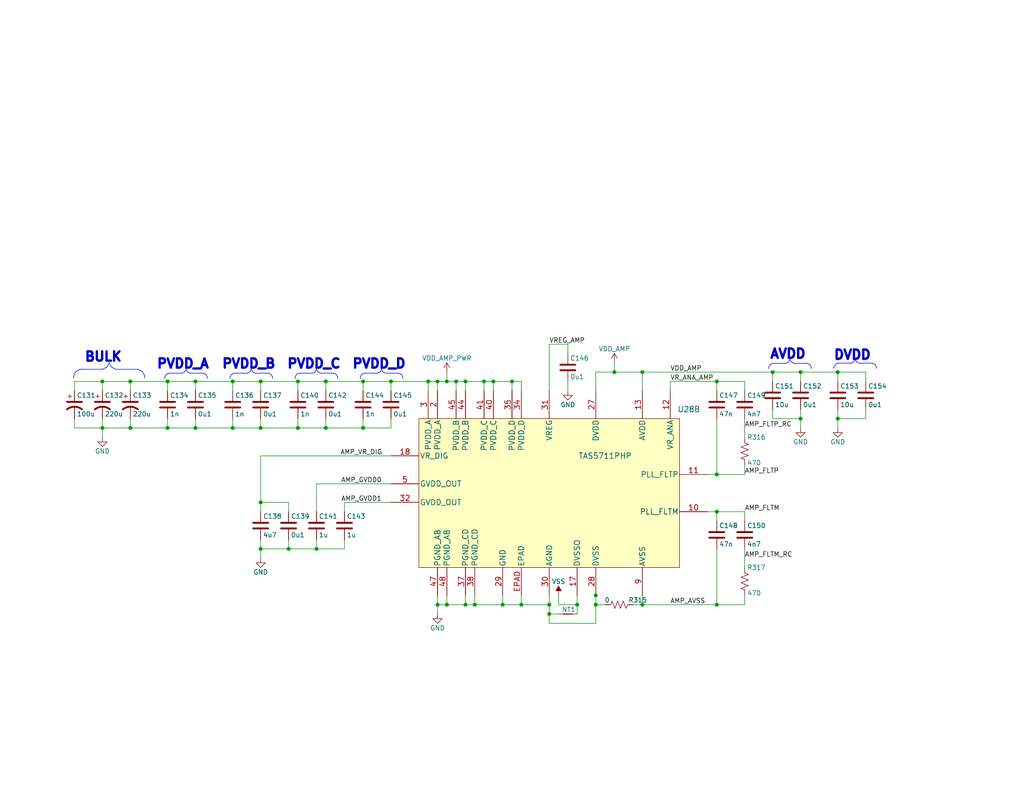
<source format=kicad_sch>
(kicad_sch (version 20211123) (generator eeschema)
  (paper "A")
  (title_block (title "Clock-Radio Main") (date "2022-03-05") (rev "0.5") (company "Ruralguru Projects") (comment 1 "Earl Watkins"))
  (lib_symbols
    (symbol "Device:C" (pin_numbers hide) (pin_names (offset 0.254))
      (property "Reference" "C" (at 0.635 2.54 0))
      (property "Value" "C" (at 0.635 -2.54 0))
      (symbol "C_0_1"
        (polyline (pts (xy -2.032 -0.762) (xy 2.032 -0.762)) (stroke (width 0.508)))
        (polyline (pts (xy -2.032 0.762) (xy 2.032 0.762)) (stroke (width 0.508)))
      )
      (symbol "C_1_1"
        (pin passive line (at 0 3.81 270) (length 2.794) (name "~") (number "1"))
        (pin passive line (at 0 -3.81 90) (length 2.794) (name "~") (number "2"))
      )
    )
    (symbol "Device:C_Polarized_US" (pin_numbers hide) (pin_names (offset 0.254) hide)
      (property "Reference" "C" (at 0.635 2.54 0))
      (property "Value" "C_Polarized_US" (at 0.635 -2.54 0))
      (symbol "C_Polarized_US_0_1"
        (polyline (pts (xy -2.032 0.762) (xy 2.032 0.762)) (stroke (width 0.508)))
        (polyline (pts (xy -1.778 2.286) (xy -0.762 2.286)))
        (polyline (pts (xy -1.27 1.778) (xy -1.27 2.794)))
        (arc (start 2.032 -1.27) (mid 0 -0.5572) (end -2.032 -1.27) (stroke (width 0.508)))
      )
      (symbol "C_Polarized_US_1_1"
        (pin passive line (at 0 3.81 270) (length 2.794) (name "~") (number "1"))
        (pin passive line (at 0 -3.81 90) (length 3.302) (name "~") (number "2"))
      )
    )
    (symbol "Device:NetTie_2" (pin_numbers hide) (pin_names (offset 0) hide)
      (property "Reference" "NT" (at 0 1.27 0))
      (property "Value" "NetTie_2" (at 0 -1.27 0))
      (symbol "NetTie_2_0_1"
        (polyline (pts (xy -1.27 0) (xy 1.27 0)) (stroke (width 0.254)))
      )
      (symbol "NetTie_2_1_1"
        (pin passive line (at -2.54 0 0) (length 2.54) (name "1") (number "1"))
        (pin passive line (at 2.54 0 180) (length 2.54) (name "2") (number "2"))
      )
    )
    (symbol "Device:R_US" (pin_numbers hide) (pin_names (offset 0))
      (property "Reference" "R" (at 2.54 0 90))
      (property "Value" "R_US" (at -2.54 0 90))
      (symbol "R_US_0_1"
        (polyline (pts (xy 0 -2.286) (xy 0 -2.54)))
        (polyline (pts (xy 0 2.286) (xy 0 2.54)))
        (polyline (pts (xy 0 -0.762) (xy 1.016 -1.143) (xy 0 -1.524) (xy -1.016 -1.905) (xy 0 -2.286)))
        (polyline (pts (xy 0 0.762) (xy 1.016 0.381) (xy 0 0) (xy -1.016 -0.381) (xy 0 -0.762)))
        (polyline (pts (xy 0 2.286) (xy 1.016 1.905) (xy 0 1.524) (xy -1.016 1.143) (xy 0 0.762)))
      )
      (symbol "R_US_1_1"
        (pin passive line (at 0 3.81 270) (length 1.27) (name "~") (number "1"))
        (pin passive line (at 0 -3.81 90) (length 1.27) (name "~") (number "2"))
      )
    )
    (symbol "ERW_Audio:TAS5711PHP" (pin_names (offset 0.254))
      (property "Reference" "U" (at -5.08 -5.08 0))
      (property "Value" "TAS5711PHP" (at -7.62 -2.54 0))
      (symbol "TAS5711PHP_1_1"
        (rectangle (start -25.4 63.5) (end 0 0) (stroke (width 0.1524)) (fill (type background)))
        (pin output line (at 7.62 60.96 180) (length 7.62) (name "OUT_A") (number "1"))
        (pin unspecified line (at -33.02 25.4 0) (length 7.62) (name "A_SEL") (number "14"))
        (pin input line (at -33.02 60.96 0) (length 7.62) (name "MCLK") (number "15"))
        (pin output line (at 7.62 10.16 180) (length 7.62) (name "OSC_RES") (number "16"))
        (pin input line (at -33.02 33.02 0) (length 7.62) (name "PDN_N") (number "19"))
        (pin input line (at -33.02 50.8 0) (length 7.62) (name "LRCLK") (number "20"))
        (pin input line (at -33.02 53.34 0) (length 7.62) (name "SCLK") (number "21"))
        (pin input line (at -33.02 48.26 0) (length 7.62) (name "SDIN") (number "22"))
        (pin bidirectional line (at -33.02 38.1 0) (length 7.62) (name "SDA") (number "23"))
        (pin input line (at -33.02 40.64 0) (length 7.62) (name "SCL") (number "24"))
        (pin input line (at -33.02 30.48 0) (length 7.62) (name "RESET_N") (number "25"))
        (pin input line (at -33.02 10.16 0) (length 7.62) (name "STEST") (number "26"))
        (pin power_in line (at 7.62 17.78 180) (length 7.62) (name "BST_D") (number "33"))
        (pin output line (at 7.62 22.86 180) (length 7.62) (name "OUT_D") (number "36"))
        (pin output line (at 7.62 35.56 180) (length 7.62) (name "OUT_C") (number "39"))
        (pin power_in line (at 7.62 55.88 180) (length 7.62) (name "BST_A") (number "4"))
        (pin power_in line (at 7.62 30.48 180) (length 7.62) (name "BST_C") (number "42"))
        (pin power_out line (at 7.62 43.18 180) (length 7.62) (name "BST_B") (number "43"))
        (pin output line (at 7.62 48.26 180) (length 7.62) (name "OUT_B") (number "46"))
        (pin input line (at -33.02 20.32 0) (length 7.62) (name "SSTIMER") (number "6"))
        (pin output line (at 7.62 2.54 180) (length 7.62) (name "OC_ADJ") (number "7"))
        (pin input line (at -33.02 15.24 0) (length 7.62) (name "PBTL") (number "8"))
      )
      (symbol "TAS5711PHP_2_1"
        (rectangle (start 0 0) (end 71.12 -40.64) (stroke (width 0.1524)) (fill (type background)))
        (pin output line (at 78.74 -25.4 180) (length 7.62) (name "PLL_FLTM") (number "10"))
        (pin output line (at 78.74 -15.24 180) (length 7.62) (name "PLL_FLTP") (number "11"))
        (pin power_out line (at 68.58 7.62 270) (length 7.62) (name "VR_ANA") (number "12"))
        (pin power_in line (at 60.96 7.62 270) (length 7.62) (name "AVDD") (number "13"))
        (pin power_in line (at 43.18 -48.26 90) (length 7.62) (name "DVSSO") (number "17"))
        (pin power_out line (at -7.62 -10.16 0) (length 7.62) (name "VR_DIG") (number "18"))
        (pin power_in line (at 5.08 7.62 270) (length 7.62) (name "PVDD_A") (number "2"))
        (pin power_in line (at 48.26 7.62 270) (length 7.62) (name "DVDD") (number "27"))
        (pin power_in line (at 48.26 -48.26 90) (length 7.62) (name "DVSS") (number "28"))
        (pin power_in line (at 22.86 -48.26 90) (length 7.62) (name "GND") (number "29"))
        (pin power_in line (at 2.54 7.62 270) (length 7.62) (name "PVDD_A") (number "3"))
        (pin power_in line (at 35.56 -48.26 90) (length 7.62) (name "AGND") (number "30"))
        (pin power_out line (at 35.56 7.62 270) (length 7.62) (name "VREG") (number "31"))
        (pin power_out line (at -7.62 -22.86 0) (length 7.62) (name "GVDD_OUT") (number "32"))
        (pin power_in line (at 27.94 7.62 270) (length 7.62) (name "PVDD_D") (number "34"))
        (pin power_in line (at 25.4 7.62 270) (length 7.62) (name "PVDD_D") (number "35"))
        (pin power_in line (at 12.7 -48.26 90) (length 7.62) (name "PGND_CD") (number "37"))
        (pin power_in line (at 15.24 -48.26 90) (length 7.62) (name "PGND_CD") (number "38"))
        (pin power_in line (at 20.32 7.62 270) (length 7.62) (name "PVDD_C") (number "40"))
        (pin power_in line (at 17.78 7.62 270) (length 7.62) (name "PVDD_C") (number "41"))
        (pin power_in line (at 12.7 7.62 270) (length 7.62) (name "PVDD_B") (number "44"))
        (pin power_in line (at 10.16 7.62 270) (length 7.62) (name "PVDD_B") (number "45"))
        (pin power_in line (at 5.08 -48.26 90) (length 7.62) (name "PGND_AB") (number "47"))
        (pin power_in line (at 7.62 -48.26 90) (length 7.62) (name "PGND_AB") (number "48"))
        (pin power_out line (at -7.62 -17.78 0) (length 7.62) (name "GVDD_OUT") (number "5"))
        (pin power_in line (at 60.96 -48.26 90) (length 7.62) (name "AVSS") (number "9"))
        (pin power_in line (at 27.94 -48.26 90) (length 7.62) (name "EPAD") (number "EPAD"))
      )
    )
    (symbol "ERW_Power:VDD_AMP" (power) (pin_names (offset 0))
      (property "Value" "VDD_AMP" (at 0 3.556 0))
      (symbol "VDD_AMP_0_1"
        (polyline (pts (xy -0.762 1.27) (xy 0 2.54)))
        (polyline (pts (xy 0 0) (xy 0 2.54)))
        (polyline (pts (xy 0 2.54) (xy 0.762 1.27)))
      )
      (symbol "VDD_AMP_1_1"
        (pin power_in line (at 0 0 90) (length 0) hide (name "VDD_AMP") (number "1"))
      )
    )
    (symbol "ERW_Power:VDD_AMP_PWR" (power) (pin_names (offset 0))
      (property "Value" "VDD_AMP_PWR" (at 0 3.556 0))
      (symbol "VDD_AMP_PWR_0_1"
        (polyline (pts (xy -0.762 1.27) (xy 0 2.54)))
        (polyline (pts (xy 0 0) (xy 0 2.54)))
        (polyline (pts (xy 0 2.54) (xy 0.762 1.27)))
      )
      (symbol "VDD_AMP_PWR_1_1"
        (pin power_in line (at 0 0 90) (length 0) hide (name "VDD_AMP_PWR") (number "1"))
      )
    )
    (symbol "power:GND" (power) (pin_names (offset 0))
      (property "Value" "GND" (at 0 -3.81 0))
      (symbol "GND_0_1"
        (polyline (pts (xy 0 0) (xy 0 -1.27) (xy 1.27 -1.27) (xy 0 -2.54) (xy -1.27 -1.27) (xy 0 -1.27)))
      )
      (symbol "GND_1_1"
        (pin power_in line (at 0 0 270) (length 0) hide (name "GND") (number "1"))
      )
    )
    (symbol "power:VSS" (power) (pin_names (offset 0))
      (property "Value" "VSS" (at 0 3.81 0))
      (symbol "VSS_0_1"
        (polyline (pts (xy 0 0) (xy 0 2.54)))
        (polyline (pts (xy 0.762 1.27) (xy -0.762 1.27) (xy 0 2.54) (xy 0.762 1.27)) (fill (type outline)))
      )
      (symbol "VSS_1_1"
        (pin power_in line (at 0 0 90) (length 0) hide (name "VSS") (number "1"))
      )
    )
  )
  (junction (at 88.9 116.84))
  (junction (at 99.06 116.84))
  (junction (at 35.56 116.84))
  (junction (at 195.58 165.1))
  (junction (at 71.12 104.14))
  (junction (at 167.64 101.6))
  (junction (at 139.7 104.14))
  (junction (at 27.94 104.14))
  (junction (at 149.86 167.64))
  (junction (at 210.82 101.6))
  (junction (at 35.56 104.14))
  (junction (at 71.12 137.16))
  (junction (at 195.58 104.14))
  (junction (at 162.56 162.56))
  (junction (at 71.12 116.84))
  (junction (at 228.6 101.6))
  (junction (at 127 165.1))
  (junction (at 157.48 165.1))
  (junction (at 53.34 116.84))
  (junction (at 63.5 104.14))
  (junction (at 106.68 104.14))
  (junction (at 121.92 104.14))
  (junction (at 71.12 149.86))
  (junction (at 218.44 101.6))
  (junction (at 27.94 116.84))
  (junction (at 88.9 104.14))
  (junction (at 53.34 104.14))
  (junction (at 175.26 101.6))
  (junction (at 129.54 165.1))
  (junction (at 116.84 104.14))
  (junction (at 124.46 104.14))
  (junction (at 142.24 165.1))
  (junction (at 175.26 165.1))
  (junction (at 119.38 165.1))
  (junction (at 78.74 149.86))
  (junction (at 99.06 104.14))
  (junction (at 218.44 114.3))
  (junction (at 119.38 104.14))
  (junction (at 63.5 116.84))
  (junction (at 162.56 165.1))
  (junction (at 137.16 165.1))
  (junction (at 195.58 139.7))
  (junction (at 81.28 116.84))
  (junction (at 121.92 165.1))
  (junction (at 134.62 104.14))
  (junction (at 132.08 104.14))
  (junction (at 81.28 104.14))
  (junction (at 45.72 104.14))
  (junction (at 195.58 129.54))
  (junction (at 86.36 149.86))
  (junction (at 127 104.14))
  (junction (at 228.6 114.3))
  (junction (at 45.72 116.84))
  (junction (at 149.86 165.1))
  (wire (pts (xy 193.04 139.7) (xy 195.58 139.7)))
  (wire (pts (xy 149.86 170.18) (xy 162.56 170.18)))
  (wire (pts (xy 71.12 116.84) (xy 63.5 116.84)))
  (wire (pts (xy 78.74 149.86) (xy 86.36 149.86)))
  (wire (pts (xy 63.5 114.3) (xy 63.5 116.84)))
  (wire (pts (xy 63.5 106.68) (xy 63.5 104.14)))
  (wire (pts (xy 53.34 114.3) (xy 53.34 116.84)))
  (wire (pts (xy 167.64 99.06) (xy 167.64 101.6)))
  (wire (pts (xy 35.56 104.14) (xy 45.72 104.14)))
  (wire (pts (xy 119.38 104.14) (xy 121.92 104.14)))
  (wire (pts (xy 137.16 165.1) (xy 129.54 165.1)))
  (wire (pts (xy 71.12 124.46) (xy 71.12 137.16)))
  (wire (pts (xy 121.92 104.14) (xy 124.46 104.14)))
  (wire (pts (xy 71.12 137.16) (xy 78.74 137.16)))
  (wire (pts (xy 137.16 162.56) (xy 137.16 165.1)))
  (wire (pts (xy 149.86 93.98) (xy 149.86 106.68)))
  (wire (pts (xy 35.56 116.84) (xy 35.56 114.3)))
  (wire (pts (xy 154.94 96.52) (xy 154.94 93.98)))
  (wire (pts (xy 195.58 165.1) (xy 203.2 165.1)))
  (wire (pts (xy 218.44 104.14) (xy 218.44 101.6)))
  (wire (pts (xy 27.94 116.84) (xy 27.94 119.38)))
  (wire (pts (xy 93.98 149.86) (xy 86.36 149.86)))
  (wire (pts (xy 127 104.14) (xy 127 106.68)))
  (wire (pts (xy 35.56 106.68) (xy 35.56 104.14)))
  (wire (pts (xy 175.26 101.6) (xy 175.26 106.68)))
  (wire (pts (xy 93.98 137.16) (xy 106.68 137.16)))
  (wire (pts (xy 71.12 147.32) (xy 71.12 149.86)))
  (wire (pts (xy 218.44 114.3) (xy 218.44 116.84)))
  (wire (pts (xy 139.7 104.14) (xy 139.7 106.68)))
  (wire (pts (xy 106.68 114.3) (xy 106.68 116.84)))
  (wire (pts (xy 195.58 104.14) (xy 195.58 106.68)))
  (wire (pts (xy 119.38 165.1) (xy 121.92 165.1)))
  (wire (pts (xy 210.82 101.6) (xy 210.82 104.14)))
  (wire (pts (xy 99.06 114.3) (xy 99.06 116.84)))
  (wire (pts (xy 116.84 104.14) (xy 119.38 104.14)))
  (wire (pts (xy 134.62 104.14) (xy 139.7 104.14)))
  (wire (pts (xy 137.16 165.1) (xy 142.24 165.1)))
  (wire (pts (xy 86.36 147.32) (xy 86.36 149.86)))
  (wire (pts (xy 71.12 149.86) (xy 71.12 152.4)))
  (wire (pts (xy 149.86 162.56) (xy 149.86 165.1)))
  (wire (pts (xy 119.38 165.1) (xy 119.38 167.64)))
  (wire (pts (xy 142.24 104.14) (xy 139.7 104.14)))
  (wire (pts (xy 152.4 165.1) (xy 157.48 165.1)))
  (wire (pts (xy 119.38 162.56) (xy 119.38 165.1)))
  (wire (pts (xy 106.68 124.46) (xy 71.12 124.46)))
  (wire (pts (xy 20.32 104.14) (xy 20.32 106.68)))
  (wire (pts (xy 71.12 149.86) (xy 78.74 149.86)))
  (wire (pts (xy 236.22 101.6) (xy 236.22 104.14)))
  (wire (pts (xy 53.34 116.84) (xy 63.5 116.84)))
  (wire (pts (xy 149.86 167.64) (xy 149.86 165.1)))
  (wire (pts (xy 162.56 101.6) (xy 167.64 101.6)))
  (wire (pts (xy 45.72 106.68) (xy 45.72 104.14)))
  (wire (pts (xy 106.68 104.14) (xy 116.84 104.14)))
  (wire (pts (xy 88.9 104.14) (xy 88.9 106.68)))
  (wire (pts (xy 93.98 147.32) (xy 93.98 149.86)))
  (wire (pts (xy 236.22 114.3) (xy 228.6 114.3)))
  (wire (pts (xy 132.08 104.14) (xy 134.62 104.14)))
  (wire (pts (xy 154.94 93.98) (xy 149.86 93.98)))
  (wire (pts (xy 86.36 132.08) (xy 86.36 139.7)))
  (wire (pts (xy 127 165.1) (xy 129.54 165.1)))
  (wire (pts (xy 203.2 127) (xy 203.2 129.54)))
  (wire (pts (xy 99.06 104.14) (xy 99.06 106.68)))
  (wire (pts (xy 203.2 162.56) (xy 203.2 165.1)))
  (wire (pts (xy 27.94 104.14) (xy 20.32 104.14)))
  (wire (pts (xy 106.68 106.68) (xy 106.68 104.14)))
  (wire (pts (xy 71.12 116.84) (xy 81.28 116.84)))
  (wire (pts (xy 35.56 116.84) (xy 45.72 116.84)))
  (wire (pts (xy 127 162.56) (xy 127 165.1)))
  (wire (pts (xy 119.38 106.68) (xy 119.38 104.14)))
  (wire (pts (xy 218.44 101.6) (xy 228.6 101.6)))
  (wire (pts (xy 157.48 162.56) (xy 157.48 165.1)))
  (wire (pts (xy 203.2 129.54) (xy 195.58 129.54)))
  (wire (pts (xy 182.88 106.68) (xy 182.88 104.14)))
  (wire (pts (xy 86.36 132.08) (xy 106.68 132.08)))
  (wire (pts (xy 142.24 106.68) (xy 142.24 104.14)))
  (wire (pts (xy 93.98 139.7) (xy 93.98 137.16)))
  (wire (pts (xy 195.58 139.7) (xy 195.58 142.24)))
  (wire (pts (xy 203.2 139.7) (xy 203.2 142.24)))
  (wire (pts (xy 175.26 162.56) (xy 175.26 165.1)))
  (wire (pts (xy 236.22 111.76) (xy 236.22 114.3)))
  (wire (pts (xy 203.2 139.7) (xy 195.58 139.7)))
  (wire (pts (xy 88.9 116.84) (xy 81.28 116.84)))
  (wire (pts (xy 27.94 114.3) (xy 27.94 116.84)))
  (wire (pts (xy 228.6 111.76) (xy 228.6 114.3)))
  (wire (pts (xy 81.28 104.14) (xy 88.9 104.14)))
  (wire (pts (xy 88.9 116.84) (xy 99.06 116.84)))
  (wire (pts (xy 203.2 149.86) (xy 203.2 154.94)))
  (wire (pts (xy 175.26 165.1) (xy 195.58 165.1)))
  (wire (pts (xy 124.46 104.14) (xy 127 104.14)))
  (wire (pts (xy 106.68 116.84) (xy 99.06 116.84)))
  (wire (pts (xy 203.2 114.3) (xy 203.2 119.38)))
  (wire (pts (xy 116.84 104.14) (xy 116.84 106.68)))
  (wire (pts (xy 81.28 106.68) (xy 81.28 104.14)))
  (wire (pts (xy 210.82 111.76) (xy 210.82 114.3)))
  (wire (pts (xy 195.58 114.3) (xy 195.58 129.54)))
  (wire (pts (xy 162.56 170.18) (xy 162.56 165.1)))
  (wire (pts (xy 27.94 116.84) (xy 20.32 116.84)))
  (wire (pts (xy 228.6 101.6) (xy 228.6 104.14)))
  (wire (pts (xy 88.9 104.14) (xy 99.06 104.14)))
  (wire (pts (xy 81.28 114.3) (xy 81.28 116.84)))
  (wire (pts (xy 154.94 104.14) (xy 154.94 106.68)))
  (wire (pts (xy 203.2 104.14) (xy 203.2 106.68)))
  (wire (pts (xy 182.88 104.14) (xy 195.58 104.14)))
  (wire (pts (xy 210.82 101.6) (xy 218.44 101.6)))
  (wire (pts (xy 210.82 101.6) (xy 175.26 101.6)))
  (wire (pts (xy 165.1 165.1) (xy 162.56 165.1)))
  (wire (pts (xy 124.46 106.68) (xy 124.46 104.14)))
  (wire (pts (xy 127 104.14) (xy 132.08 104.14)))
  (wire (pts (xy 129.54 165.1) (xy 129.54 162.56)))
  (wire (pts (xy 35.56 104.14) (xy 27.94 104.14)))
  (wire (pts (xy 149.86 170.18) (xy 149.86 167.64)))
  (wire (pts (xy 142.24 165.1) (xy 149.86 165.1)))
  (wire (pts (xy 45.72 104.14) (xy 53.34 104.14)))
  (wire (pts (xy 134.62 104.14) (xy 134.62 106.68)))
  (wire (pts (xy 218.44 114.3) (xy 210.82 114.3)))
  (wire (pts (xy 228.6 101.6) (xy 236.22 101.6)))
  (wire (pts (xy 106.68 104.14) (xy 99.06 104.14)))
  (wire (pts (xy 142.24 162.56) (xy 142.24 165.1)))
  (wire (pts (xy 121.92 162.56) (xy 121.92 165.1)))
  (wire (pts (xy 88.9 114.3) (xy 88.9 116.84)))
  (wire (pts (xy 71.12 104.14) (xy 71.12 106.68)))
  (wire (pts (xy 152.4 162.56) (xy 152.4 165.1)))
  (wire (pts (xy 45.72 114.3) (xy 45.72 116.84)))
  (wire (pts (xy 195.58 149.86) (xy 195.58 165.1)))
  (wire (pts (xy 27.94 116.84) (xy 35.56 116.84)))
  (wire (pts (xy 53.34 104.14) (xy 53.34 106.68)))
  (wire (pts (xy 149.86 167.64) (xy 152.4 167.64)))
  (wire (pts (xy 162.56 165.1) (xy 162.56 162.56)))
  (wire (pts (xy 71.12 104.14) (xy 81.28 104.14)))
  (wire (pts (xy 53.34 104.14) (xy 63.5 104.14)))
  (wire (pts (xy 172.72 165.1) (xy 175.26 165.1)))
  (wire (pts (xy 63.5 104.14) (xy 71.12 104.14)))
  (wire (pts (xy 121.92 165.1) (xy 127 165.1)))
  (wire (pts (xy 121.92 101.6) (xy 121.92 104.14)))
  (wire (pts (xy 53.34 116.84) (xy 45.72 116.84)))
  (wire (pts (xy 162.56 101.6) (xy 162.56 106.68)))
  (wire (pts (xy 218.44 111.76) (xy 218.44 114.3)))
  (wire (pts (xy 71.12 139.7) (xy 71.12 137.16)))
  (wire (pts (xy 132.08 106.68) (xy 132.08 104.14)))
  (wire (pts (xy 20.32 116.84) (xy 20.32 114.3)))
  (wire (pts (xy 157.48 165.1) (xy 157.48 167.64)))
  (wire (pts (xy 167.64 101.6) (xy 175.26 101.6)))
  (wire (pts (xy 162.56 162.56) (xy 162.56 160.02)))
  (wire (pts (xy 203.2 104.14) (xy 195.58 104.14)))
  (wire (pts (xy 78.74 147.32) (xy 78.74 149.86)))
  (wire (pts (xy 27.94 104.14) (xy 27.94 106.68)))
  (wire (pts (xy 78.74 137.16) (xy 78.74 139.7)))
  (wire (pts (xy 193.04 129.54) (xy 195.58 129.54)))
  (wire (pts (xy 228.6 114.3) (xy 228.6 116.84)))
  (wire (pts (xy 71.12 114.3) (xy 71.12 116.84)))
  (text "}" (at 36.195 105.41 90) (effects (font (size 12.7 12.7)) (justify left bottom)))
  (text "BULK" (at 22.86 99.06 0) (effects (font (size 2.54 2.54) (thickness 1.27) bold) (justify left bottom)))
  (text "PVDD_D" (at 95.885 100.965 0) (effects (font (size 2.54 2.54) (thickness 1.27) bold) (justify left bottom)))
  (text "}" (at 72.39 104.775 90) (effects (font (size 7.62 7.62)) (justify left bottom)))
  (text "}" (at 107.95 104.775 90) (effects (font (size 7.62 7.62)) (justify left bottom)))
  (text "}" (at 90.17 104.775 90) (effects (font (size 7.62 7.62)) (justify left bottom)))
  (text "PVDD_A" (at 42.545 100.965 0) (effects (font (size 2.54 2.54) (thickness 1.27) bold) (justify left bottom)))
  (text "${SHEETNAME}" (at 12.7 30.48 0) (effects (font (size 10.16 10.16) (thickness 2.032) bold) (justify left bottom)))
  (text "PVDD_C" (at 78.105 100.965 0) (effects (font (size 2.54 2.54) (thickness 1.27) bold) (justify left bottom)))
  (text "}" (at 54.61 104.775 90) (effects (font (size 7.62 7.62)) (justify left bottom)))
  (text "}" (at 219.3899 102.0919 90) (effects (font (size 7.62 7.62)) (justify left bottom)))
  (text "PVDD_B" (at 60.325 100.965 0) (effects (font (size 2.54 2.54) (thickness 1.27) bold) (justify left bottom)))
  (text "}" (at 237.1746 102.0368 90) (effects (font (size 7.62 7.62)) (justify left bottom)))
  (text "AVDD" (at 209.8649 98.2819 0) (effects (font (size 2.54 2.54) (thickness 1.27) bold) (justify left bottom)))
  (text "DVDD" (at 227.2641 98.5572 0) (effects (font (size 2.54 2.54) (thickness 1.27) bold) (justify left bottom)))
  (label "AMP_AVSS" (at 182.88 165.1 0))
  (label "VR_ANA_AMP" (at 182.88 104.14 0))
  (label "AMP_FLTP" (at 203.2 129.54 0))
  (label "AMP_FLTM_RC" (at 203.2 152.4 0))
  (label "VDD_AMP" (at 182.88 101.6 0))
  (label "AMP_FLTP_RC" (at 203.2 116.84 0))
  (label "AMP_FLTM" (at 203.2 139.7 0))
  (label "AMP_GVDD0" (at 104.14 132.08 180))
  (label "AMP_GVDD1" (at 104.14 137.16 180))
  (label "VREG_AMP" (at 149.86 93.98 0))
  (label "AMP_VR_DIG" (at 104.3055 124.46 180))
  (symbol (lib_id "Device:C") (at 99.06 110.49 0) (unit 1)
    (property "Reference" "C144" (at 99.695 107.95 0) (effects (justify left)))
    (property "Value" "1n" (at 99.695 113.03 0) (effects (justify left)))
    (property "Footprint" "Capacitor_SMD:C_0603_1608Metric_Pad1.08x0.95mm_HandSolder" (effects hide))
    (property "Description" "MLCC - SMD/SMT 50V 1000pF X7R 0603 5%" (effects hide))
    (property "MFR" "KEMET" (effects hide))
    (property "MPN" "C0603C102J5RACTU" (effects hide))
    (property "Status" "ALWAYS" (effects hide))
    (property "Vendor" "Mouser" (effects hide))
    (property "Vendor PN" "80-C0603C102J5R" (effects hide))
  )
  (symbol (lib_id "Device:C") (at 71.12 143.51 0) (unit 1)
    (property "Reference" "C138" (at 71.755 140.97 0) (effects (justify left)))
    (property "Value" "4u7" (at 71.755 146.05 0) (effects (justify left)))
    (property "Footprint" "Capacitor_SMD:C_1206_3216Metric_Pad1.33x1.80mm_HandSolder" (effects hide))
    (property "Description" "SMD/SMT 4.7uF+/-10% 50V X7R 1206" (effects hide))
    (property "MFR" "Samsung Electro-Mechanics" (effects hide))
    (property "MPN" "CL31B475KBHNFNE" (effects hide))
    (property "Status" "ALWAYS" (effects hide))
    (property "Vendor" "Mouser" (effects hide))
    (property "Vendor PN" "187-CL31B475KBHNFNE" (effects hide))
  )
  (symbol (lib_id "Device:C") (at 78.74 143.51 0) (unit 1)
    (property "Reference" "C139" (at 79.375 140.97 0) (effects (justify left)))
    (property "Value" "0u1" (at 79.375 146.05 0) (effects (justify left)))
    (property "Footprint" "Capacitor_SMD:C_0603_1608Metric_Pad1.08x0.95mm_HandSolder" (effects hide))
    (property "Description" "MLCC - SMD/SMT 50V 0.1uF X7R 0603 5%" (effects hide))
    (property "MFR" "KEMET" (effects hide))
    (property "MPN" "C0603C104J5RACTU" (effects hide))
    (property "Status" "ALWAYS" (effects hide))
    (property "Vendor" "Mouser" (effects hide))
    (property "Vendor PN" "80-C0603C104J5R" (effects hide))
  )
  (symbol (lib_id "power:GND") (at 119.38 167.64 0) (unit 1)
    (property "Reference" "#PWR0128" (effects hide))
    (property "Value" "GND" (at 119.38 171.45 0))
  )
  (symbol (lib_id "Device:C") (at 203.2 110.49 0) (unit 1)
    (property "Reference" "C149" (at 203.835 107.95 0) (effects (justify left)))
    (property "Value" "4n7" (at 203.835 113.03 0) (effects (justify left)))
    (property "Footprint" "Capacitor_SMD:C_0603_1608Metric_Pad1.08x0.95mm_HandSolder" (effects hide))
    (property "Description" "MLCC - SMD/SMT 50V 4700pF X7R 0603 10%" (effects hide))
    (property "MFR" "YAGEO" (effects hide))
    (property "MPN" "CC0603KRX7R9BB472" (effects hide))
    (property "Status" "ALWAYS" (effects hide))
    (property "Vendor" "Mouser" (effects hide))
    (property "Vendor PN" "603-C0603KRX7R9BB472" (effects hide))
  )
  (symbol (lib_id "power:VSS") (at 152.4 162.56 0) (unit 1)
    (property "Reference" "#PWR0130" (effects hide))
    (property "Value" "VSS" (at 152.4 158.75 0))
  )
  (symbol (lib_id "power:GND") (at 154.94 106.68 0) (unit 1)
    (property "Reference" "#PWR0131" (effects hide))
    (property "Value" "GND" (at 154.94 110.49 0))
  )
  (symbol (lib_id "Device:C") (at 53.34 110.49 0) (unit 1)
    (property "Reference" "C135" (at 53.975 107.95 0) (effects (justify left)))
    (property "Value" "0u1" (at 53.975 113.03 0) (effects (justify left)))
    (property "Footprint" "Capacitor_SMD:C_0603_1608Metric_Pad1.08x0.95mm_HandSolder" (effects hide))
    (property "Description" "MLCC - SMD/SMT 50V 0.1uF X7R 0603 5%" (effects hide))
    (property "MFR" "KEMET" (effects hide))
    (property "MPN" "C0603C104J5RACTU" (effects hide))
    (property "Status" "ALWAYS" (effects hide))
    (property "Vendor" "Mouser" (effects hide))
    (property "Vendor PN" "80-C0603C104J5R" (effects hide))
  )
  (symbol (lib_id "Device:C") (at 154.94 100.33 0) (unit 1)
    (property "Reference" "C146" (at 155.575 97.79 0) (effects (justify left)))
    (property "Value" "0u1" (at 155.575 102.87 0) (effects (justify left)))
    (property "Footprint" "Capacitor_SMD:C_0603_1608Metric_Pad1.08x0.95mm_HandSolder" (effects hide))
    (property "Description" "MLCC - SMD/SMT 50V 0.1uF X7R 0603 5%" (effects hide))
    (property "MFR" "KEMET" (effects hide))
    (property "MPN" "C0603C104J5RACTU" (effects hide))
    (property "Status" "ALWAYS" (effects hide))
    (property "Vendor" "Mouser" (effects hide))
    (property "Vendor PN" "80-C0603C104J5R" (effects hide))
  )
  (symbol (lib_id "Device:C") (at 81.28 110.49 0) (unit 1)
    (property "Reference" "C140" (at 81.915 107.95 0) (effects (justify left)))
    (property "Value" "1n" (at 81.915 113.03 0) (effects (justify left)))
    (property "Footprint" "Capacitor_SMD:C_0603_1608Metric_Pad1.08x0.95mm_HandSolder" (effects hide))
    (property "Description" "MLCC - SMD/SMT 50V 1000pF X7R 0603 5%" (effects hide))
    (property "MFR" "KEMET" (effects hide))
    (property "MPN" "C0603C102J5RACTU" (effects hide))
    (property "Status" "ALWAYS" (effects hide))
    (property "Vendor" "Mouser" (effects hide))
    (property "Vendor PN" "80-C0603C102J5R" (effects hide))
  )
  (symbol (lib_id "Device:C_Polarized_US") (at 35.56 110.49 0) (unit 1)
    (property "Reference" "C133" (at 36.195 107.95 0) (effects (justify left)))
    (property "Value" "220u" (at 36.195 113.03 0) (effects (justify left)))
    (property "Footprint" "Capacitor_THT:CP_Radial_D10.0mm_P5.00mm" (effects hide))
    (property "Description" "Radial Leaded 50VDC 220uF 20% STD Leads" (effects hide))
    (property "MFR" "EPCOS / TDK" (effects hide))
    (property "MPN" "B41858C6227M" (effects hide))
    (property "Status" "ALWAYS" (effects hide))
    (property "Vendor" "Mouser" (effects hide))
    (property "Vendor PN" "871-B41858C6227M" (effects hide))
  )
  (symbol (lib_id "Device:C") (at 63.5 110.49 0) (unit 1)
    (property "Reference" "C136" (at 64.135 107.95 0) (effects (justify left)))
    (property "Value" "1n" (at 64.135 113.03 0) (effects (justify left)))
    (property "Footprint" "Capacitor_SMD:C_0603_1608Metric_Pad1.08x0.95mm_HandSolder" (effects hide))
    (property "Description" "MLCC - SMD/SMT 50V 1000pF X7R 0603 5%" (effects hide))
    (property "MFR" "KEMET" (effects hide))
    (property "MPN" "C0603C102J5RACTU" (effects hide))
    (property "Status" "ALWAYS" (effects hide))
    (property "Vendor" "Mouser" (effects hide))
    (property "Vendor PN" "80-C0603C102J5R" (effects hide))
  )
  (symbol (lib_id "Device:C") (at 195.58 110.49 0) (unit 1)
    (property "Reference" "C147" (at 196.215 107.95 0) (effects (justify left)))
    (property "Value" "47n" (at 196.215 113.03 0) (effects (justify left)))
    (property "Footprint" "Capacitor_SMD:C_0603_1608Metric_Pad1.08x0.95mm_HandSolder" (effects hide))
    (property "Status" "ALWAYS" (effects hide))
    (property "Vendor" "Mouser" (effects hide))
    (property "Description" "MLCC - SMD/SMT 47nF+/-10% 50V X7R 1 0603" (effects hide))
    (property "MFR" "Samsung Electro-Mechanics" (effects hide))
    (property "MPN" "CL10B473KB8NNNL" (effects hide))
    (property "Vendor PN" "187-CL10B473KB8NNNL" (effects hide))
  )
  (symbol (lib_id "power:GND") (at 71.12 152.4 0) (unit 1)
    (property "Reference" "#PWR0127" (effects hide))
    (property "Value" "GND" (at 71.12 156.21 0))
  )
  (symbol (lib_id "Device:C") (at 93.98 143.51 0) (unit 1)
    (property "Reference" "C143" (at 94.615 140.97 0) (effects (justify left)))
    (property "Value" "1u" (at 94.615 146.05 0) (effects (justify left)))
    (property "Footprint" "Capacitor_SMD:C_0805_2012Metric_Pad1.18x1.45mm_HandSolder" (effects hide))
    (property "Description" "MLCC - SMD/SMT 1uF+/-10% 50V X7R 20 0805" (effects hide))
    (property "MFR" "Samsung Electro-Mechanics" (effects hide))
    (property "MPN" "CL21B105KBFNFNE" (effects hide))
    (property "Status" "ALWAYS" (effects hide))
    (property "Vendor" "Mouser" (effects hide))
    (property "Vendor PN" "187-CL21B105KBFNFNE" (effects hide))
  )
  (symbol (lib_id "Device:C_Polarized_US") (at 27.94 110.49 0) (unit 1)
    (property "Reference" "C132" (at 28.575 107.95 0) (effects (justify left)))
    (property "Value" "220u" (at 28.575 113.03 0) (effects (justify left)))
    (property "Footprint" "Capacitor_THT:CP_Radial_D10.0mm_P5.00mm" (effects hide))
    (property "Description" "Radial Leaded 50VDC 220uF 20% STD Leads" (effects hide))
    (property "MFR" "EPCOS / TDK" (effects hide))
    (property "MPN" "B41858C6227M" (effects hide))
    (property "Status" "ALWAYS" (effects hide))
    (property "Vendor" "Mouser" (effects hide))
    (property "Vendor PN" "871-B41858C6227M" (effects hide))
  )
  (symbol (lib_id "Device:C") (at 45.72 110.49 0) (unit 1)
    (property "Reference" "C134" (at 46.355 107.95 0) (effects (justify left)))
    (property "Value" "1n" (at 46.355 113.03 0) (effects (justify left)))
    (property "Footprint" "Capacitor_SMD:C_0603_1608Metric_Pad1.08x0.95mm_HandSolder" (effects hide))
    (property "Description" "MLCC - SMD/SMT 50V 1000pF X7R 0603 5%" (effects hide))
    (property "MFR" "KEMET" (effects hide))
    (property "MPN" "C0603C102J5RACTU" (effects hide))
    (property "Status" "ALWAYS" (effects hide))
    (property "Vendor" "Mouser" (effects hide))
    (property "Vendor PN" "80-C0603C102J5R" (effects hide))
  )
  (symbol (lib_id "Device:R_US") (at 203.2 123.19 180) (unit 1)
    (property "Reference" "R316" (at 203.835 119.38 0) (effects (justify right)))
    (property "Value" "470" (at 203.835 126.365 0) (effects (justify right)))
    (property "Footprint" "Resistor_SMD:R_0603_1608Metric_Pad0.98x0.95mm_HandSolder" (effects hide))
    (property "Vendor" "Mouser" (effects hide))
    (property "Description" "Resistors - SMD 470 Ohms 100mW 0603 1%" (effects hide))
    (property "MFR" "YAGEO" (effects hide))
    (property "MPN" "RC0603FR-07470RL" (effects hide))
    (property "Vendor PN" "603-RC0603FR-07470RL" (effects hide))
  )
  (symbol (lib_id "Device:C") (at 86.36 143.51 0) (unit 1)
    (property "Reference" "C141" (at 86.995 140.97 0) (effects (justify left)))
    (property "Value" "1u" (at 86.995 146.05 0) (effects (justify left)))
    (property "Footprint" "Capacitor_SMD:C_0805_2012Metric_Pad1.18x1.45mm_HandSolder" (effects hide))
    (property "Description" "MLCC - SMD/SMT 1uF+/-10% 50V X7R 20 0805" (effects hide))
    (property "MFR" "Samsung Electro-Mechanics" (effects hide))
    (property "MPN" "CL21B105KBFNFNE" (effects hide))
    (property "Status" "ALWAYS" (effects hide))
    (property "Vendor" "Mouser" (effects hide))
    (property "Vendor PN" "187-CL21B105KBFNFNE" (effects hide))
  )
  (symbol (lib_id "power:GND") (at 218.44 116.84 0) (unit 1)
    (property "Reference" "#PWR0133" (effects hide))
    (property "Value" "GND" (at 218.44 120.65 0))
  )
  (symbol (lib_id "Device:C") (at 106.68 110.49 0) (unit 1)
    (property "Reference" "C145" (at 107.315 107.95 0) (effects (justify left)))
    (property "Value" "0u1" (at 107.315 113.03 0) (effects (justify left)))
    (property "Footprint" "Capacitor_SMD:C_0603_1608Metric_Pad1.08x0.95mm_HandSolder" (effects hide))
    (property "Description" "MLCC - SMD/SMT 50V 0.1uF X7R 0603 5%" (effects hide))
    (property "MFR" "KEMET" (effects hide))
    (property "MPN" "C0603C104J5RACTU" (effects hide))
    (property "Status" "ALWAYS" (effects hide))
    (property "Vendor" "Mouser" (effects hide))
    (property "Vendor PN" "80-C0603C104J5R" (effects hide))
  )
  (symbol (lib_id "Device:R_US") (at 168.91 165.1 270) (unit 1)
    (property "Reference" "R315" (at 171.45 163.83 90) (effects (justify left)))
    (property "Value" "0" (at 166.37 163.83 90) (effects (justify right)))
    (property "Footprint" "Resistor_SMD:R_0603_1608Metric_Pad0.98x0.95mm_HandSolder" (effects hide))
    (property "Description" "Resistors - SMD 0 Ohms 100 mW 0603 1%" (effects hide))
    (property "MFR" "YAGEO" (effects hide))
    (property "MPN" "RC0603FR-130RL" (effects hide))
    (property "Vendor" "Mouser" (effects hide))
    (property "Vendor PN" "603-RC0603FR-130RL" (effects hide))
  )
  (symbol (lib_id "Device:C") (at 210.82 107.95 0) (unit 1)
    (property "Reference" "C151" (at 211.455 105.41 0) (effects (justify left)))
    (property "Value" "10u" (at 211.455 110.49 0) (effects (justify left)))
    (property "Footprint" "Capacitor_SMD:C_0805_2012Metric_Pad1.18x1.45mm_HandSolder" (effects hide))
    (property "Description" "MLCC - SMD/SMT 0805 16VDC 10uF 10% X7R" (effects hide))
    (property "MPN" "EMK212BB7106KG-T" (effects hide))
    (property "Status" "ALWAYS" (effects hide))
    (property "Vendor" "Mouser" (effects hide))
    (property "Vendor PN" "963-EMK212BB7106KG-T" (effects hide))
    (property "MFR" "Taiyo Yuden" (effects hide))
  )
  (symbol (lib_id "Device:C") (at 228.6 107.95 0) (unit 1)
    (property "Reference" "C153" (at 229.235 105.41 0) (effects (justify left)))
    (property "Value" "10u" (at 229.235 110.49 0) (effects (justify left)))
    (property "Footprint" "Capacitor_SMD:C_0805_2012Metric_Pad1.18x1.45mm_HandSolder" (effects hide))
    (property "Description" "MLCC - SMD/SMT 0805 16VDC 10uF 10% X7R" (effects hide))
    (property "MPN" "EMK212BB7106KG-T" (effects hide))
    (property "Status" "ALWAYS" (effects hide))
    (property "Vendor" "Mouser" (effects hide))
    (property "Vendor PN" "963-EMK212BB7106KG-T" (effects hide))
    (property "MFR" "Taiyo Yuden" (effects hide))
  )
  (symbol (lib_id "power:GND") (at 228.6 116.84 0) (unit 1)
    (property "Reference" "#PWR0134" (effects hide))
    (property "Value" "GND" (at 228.6 120.65 0))
  )
  (symbol (lib_id "Device:C") (at 195.58 146.05 0) (unit 1)
    (property "Reference" "C148" (at 196.215 143.51 0) (effects (justify left)))
    (property "Value" "47n" (at 196.215 148.59 0) (effects (justify left)))
    (property "Footprint" "Capacitor_SMD:C_0603_1608Metric_Pad1.08x0.95mm_HandSolder" (effects hide))
    (property "Status" "ALWAYS" (effects hide))
    (property "Vendor" "Mouser" (effects hide))
    (property "Description" "MLCC - SMD/SMT 47nF+/-10% 50V X7R 1 0603" (effects hide))
    (property "MFR" "Samsung Electro-Mechanics" (effects hide))
    (property "MPN" "CL10B473KB8NNNL" (effects hide))
    (property "Vendor PN" "187-CL10B473KB8NNNL" (effects hide))
  )
  (symbol (lib_id "Device:R_US") (at 203.2 158.75 180) (unit 1)
    (property "Reference" "R317" (at 203.835 154.94 0) (effects (justify right)))
    (property "Value" "470" (at 203.835 161.925 0) (effects (justify right)))
    (property "Footprint" "Resistor_SMD:R_0603_1608Metric_Pad0.98x0.95mm_HandSolder" (effects hide))
    (property "Vendor" "Mouser" (effects hide))
    (property "Description" "Resistors - SMD 470 Ohms 100mW 0603 1%" (effects hide))
    (property "MFR" "YAGEO" (effects hide))
    (property "MPN" "RC0603FR-07470RL" (effects hide))
    (property "Vendor PN" "603-RC0603FR-07470RL" (effects hide))
  )
  (symbol (lib_id "Device:C") (at 203.2 146.05 0) (unit 1)
    (property "Reference" "C150" (at 203.835 143.51 0) (effects (justify left)))
    (property "Value" "4n7" (at 203.835 148.59 0) (effects (justify left)))
    (property "Footprint" "Capacitor_SMD:C_0603_1608Metric_Pad1.08x0.95mm_HandSolder" (effects hide))
    (property "Description" "MLCC - SMD/SMT 50V 4700pF X7R 0603 10%" (effects hide))
    (property "MFR" "YAGEO" (effects hide))
    (property "MPN" "CC0603KRX7R9BB472" (effects hide))
    (property "Status" "ALWAYS" (effects hide))
    (property "Vendor" "Mouser" (effects hide))
    (property "Vendor PN" "603-C0603KRX7R9BB472" (effects hide))
  )
  (symbol (lib_id "Device:C") (at 88.9 110.49 0) (unit 1)
    (property "Reference" "C142" (at 89.535 107.95 0) (effects (justify left)))
    (property "Value" "0u1" (at 89.535 113.03 0) (effects (justify left)))
    (property "Footprint" "Capacitor_SMD:C_0603_1608Metric_Pad1.08x0.95mm_HandSolder" (effects hide))
    (property "Description" "MLCC - SMD/SMT 50V 0.1uF X7R 0603 5%" (effects hide))
    (property "MFR" "KEMET" (effects hide))
    (property "MPN" "C0603C104J5RACTU" (effects hide))
    (property "Status" "ALWAYS" (effects hide))
    (property "Vendor" "Mouser" (effects hide))
    (property "Vendor PN" "80-C0603C104J5R" (effects hide))
  )
  (symbol (lib_id "ERW_Power:VDD_AMP") (at 167.64 99.06 0) (unit 1)
    (property "Reference" "#PWR0132" (effects hide))
    (property "Value" "VDD_AMP" (at 167.64 95.25 0))
  )
  (symbol (lib_id "Device:C") (at 236.22 107.95 0) (unit 1)
    (property "Reference" "C154" (at 236.855 105.41 0) (effects (justify left)))
    (property "Value" "0u1" (at 236.855 110.49 0) (effects (justify left)))
    (property "Footprint" "Capacitor_SMD:C_0603_1608Metric_Pad1.08x0.95mm_HandSolder" (effects hide))
    (property "Description" "MLCC - SMD/SMT 50V 0.1uF X7R 0603 5%" (effects hide))
    (property "MFR" "KEMET" (effects hide))
    (property "MPN" "C0603C104J5RACTU" (effects hide))
    (property "Status" "ALWAYS" (effects hide))
    (property "Vendor" "Mouser" (effects hide))
    (property "Vendor PN" "80-C0603C104J5R" (effects hide))
  )
  (symbol (lib_id "power:GND") (at 27.94 119.38 0) (unit 1)
    (property "Reference" "#PWR0126" (effects hide))
    (property "Value" "GND" (at 27.94 123.19 0))
  )
  (symbol (lib_id "Device:C") (at 71.12 110.49 0) (unit 1)
    (property "Reference" "C137" (at 71.755 107.95 0) (effects (justify left)))
    (property "Value" "0u1" (at 71.755 113.03 0) (effects (justify left)))
    (property "Footprint" "Capacitor_SMD:C_0603_1608Metric_Pad1.08x0.95mm_HandSolder" (effects hide))
    (property "Description" "MLCC - SMD/SMT 50V 0.1uF X7R 0603 5%" (effects hide))
    (property "MFR" "KEMET" (effects hide))
    (property "MPN" "C0603C104J5RACTU" (effects hide))
    (property "Status" "ALWAYS" (effects hide))
    (property "Vendor" "Mouser" (effects hide))
    (property "Vendor PN" "80-C0603C104J5R" (effects hide))
  )
  (symbol (lib_id "Device:C_Polarized_US") (at 20.32 110.49 0) (unit 1)
    (property "Reference" "C131" (at 20.955 107.95 0) (effects (justify left)))
    (property "Value" "100u" (at 20.955 113.03 0) (effects (justify left)))
    (property "Footprint" "Capacitor_THT:CP_Radial_D12.5mm_P5.00mm" (effects hide))
    (property "Description" "Radial Leaded 63volts 100uF 12.5x15 20% 5LS" (effects hide))
    (property "MFR" "Nichicon" (effects hide))
    (property "MPN" "UPJ1J101MHD6" (effects hide))
    (property "Status" "ALWAYS" (effects hide))
    (property "Vendor" "Mouser" (effects hide))
    (property "Vendor PN" "647-UPJ1J101MHD6" (effects hide))
  )
  (symbol (lib_id "Device:NetTie_2") (at 154.94 167.64 0) (unit 1)
    (property "Reference" "NT1" (at 157.0395 166.4353 0) (effects (justify right)))
    (property "Value" "VSSO" (effects hide))
    (property "Footprint" "NetTie:NetTie-2_SMD_Pad2.0mm" (effects hide))
    (property "MFR" "-" (effects hide))
    (property "MPN" "-" (effects hide))
    (property "Status" "FAB" (effects hide))
    (property "Vendor" "-" (effects hide))
    (property "Vendor PN" "-" (effects hide))
    (property "Description" "-" (effects hide))
  )
  (symbol (lib_id "Device:C") (at 218.44 107.95 0) (unit 1)
    (property "Reference" "C152" (at 219.075 105.41 0) (effects (justify left)))
    (property "Value" "0u1" (at 219.075 110.49 0) (effects (justify left)))
    (property "Footprint" "Capacitor_SMD:C_0603_1608Metric_Pad1.08x0.95mm_HandSolder" (effects hide))
    (property "Description" "MLCC - SMD/SMT 50V 0.1uF X7R 0603 5%" (effects hide))
    (property "MFR" "KEMET" (effects hide))
    (property "MPN" "C0603C104J5RACTU" (effects hide))
    (property "Status" "ALWAYS" (effects hide))
    (property "Vendor" "Mouser" (effects hide))
    (property "Vendor PN" "80-C0603C104J5R" (effects hide))
  )
  (symbol (lib_id "ERW_Power:VDD_AMP_PWR") (at 121.92 101.6 0) (unit 1)
    (property "Reference" "#PWR0129" (effects hide))
    (property "Value" "VDD_AMP_PWR" (at 121.92 97.79 0))
  )
  (symbol (lib_id "ERW_Audio:TAS5711PHP") (at 114.3 114.3 0) (unit 2)
    (property "Reference" "U28" (at 187.96 111.76 0) (effects (font (size 1.524 1.524))))
    (property "Value" "TAS5711PHP" (at 165.1 124.46 0) (effects (font (size 1.524 1.524))))
    (property "Footprint" "ERW_QFN:QFP48_EP" (effects hide))
    (property "Description" "Audio Amplifiers 2-Channel Dig Audio Amp" (effects hide))
    (property "MFR" "Texas Instruments" (effects hide))
    (property "MPN" "TAS5711PHPR" (effects hide))
    (property "Status" "ALWAYS" (effects hide))
    (property "Vendor" "Mouser" (effects hide))
    (property "Vendor PN" "595-TAS5711PHPR" (effects hide))
  )
)
</source>
